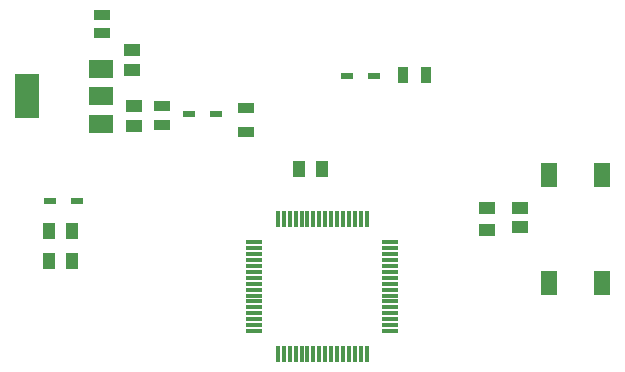
<source format=gbr>
%TF.GenerationSoftware,KiCad,Pcbnew,(6.0.7)*%
%TF.CreationDate,2022-10-18T11:50:53-04:00*%
%TF.ProjectId,LCDPCB,4c434450-4342-42e6-9b69-6361645f7063,rev?*%
%TF.SameCoordinates,Original*%
%TF.FileFunction,Paste,Top*%
%TF.FilePolarity,Positive*%
%FSLAX46Y46*%
G04 Gerber Fmt 4.6, Leading zero omitted, Abs format (unit mm)*
G04 Created by KiCad (PCBNEW (6.0.7)) date 2022-10-18 11:50:53*
%MOMM*%
%LPD*%
G01*
G04 APERTURE LIST*
%ADD10R,1.000000X1.400000*%
%ADD11R,1.450000X0.900000*%
%ADD12R,1.470000X1.070000*%
%ADD13R,2.000000X1.500000*%
%ADD14R,2.000000X3.800000*%
%ADD15R,1.400000X2.100000*%
%ADD16R,1.085000X0.550000*%
%ADD17R,0.950000X1.450000*%
%ADD18R,1.475000X0.300000*%
%ADD19R,0.300000X1.475000*%
%ADD20R,1.400000X1.000000*%
%ADD21R,1.390000X0.960000*%
G04 APERTURE END LIST*
D10*
%TO.C,R6*%
X119568000Y-82550000D03*
X117668000Y-82550000D03*
%TD*%
D11*
%TO.C,R3*%
X134340600Y-69561200D03*
X134340600Y-71561200D03*
%TD*%
D12*
%TO.C,C4*%
X124841000Y-69411000D03*
X124841000Y-71051000D03*
%TD*%
D13*
%TO.C,U2*%
X122072800Y-70880000D03*
D14*
X115772800Y-68580000D03*
D13*
X122072800Y-68580000D03*
X122072800Y-66280000D03*
%TD*%
D15*
%TO.C,SW1*%
X160005200Y-84356800D03*
X160005200Y-75256800D03*
X164505200Y-84356800D03*
X164505200Y-75256800D03*
%TD*%
D16*
%TO.C,D1*%
X120012000Y-77470000D03*
X117732000Y-77470000D03*
%TD*%
D17*
%TO.C,R4*%
X147615400Y-66802000D03*
X149615400Y-66802000D03*
%TD*%
D16*
%TO.C,D2*%
X131797600Y-70027800D03*
X129517600Y-70027800D03*
%TD*%
D10*
%TO.C,R2*%
X140737000Y-74763000D03*
X138837000Y-74763000D03*
%TD*%
D16*
%TO.C,D3*%
X145208800Y-66827400D03*
X142928800Y-66827400D03*
%TD*%
D18*
%TO.C,U1*%
X135054200Y-80933600D03*
X135054200Y-81433600D03*
X135054200Y-81933600D03*
X135054200Y-82433600D03*
X135054200Y-82933600D03*
X135054200Y-83433600D03*
X135054200Y-83933600D03*
X135054200Y-84433600D03*
X135054200Y-84933600D03*
X135054200Y-85433600D03*
X135054200Y-85933600D03*
X135054200Y-86433600D03*
X135054200Y-86933600D03*
X135054200Y-87433600D03*
X135054200Y-87933600D03*
X135054200Y-88433600D03*
D19*
X137042200Y-90421600D03*
X137542200Y-90421600D03*
X138042200Y-90421600D03*
X138542200Y-90421600D03*
X139042200Y-90421600D03*
X139542200Y-90421600D03*
X140042200Y-90421600D03*
X140542200Y-90421600D03*
X141042200Y-90421600D03*
X141542200Y-90421600D03*
X142042200Y-90421600D03*
X142542200Y-90421600D03*
X143042200Y-90421600D03*
X143542200Y-90421600D03*
X144042200Y-90421600D03*
X144542200Y-90421600D03*
D18*
X146530200Y-88433600D03*
X146530200Y-87933600D03*
X146530200Y-87433600D03*
X146530200Y-86933600D03*
X146530200Y-86433600D03*
X146530200Y-85933600D03*
X146530200Y-85433600D03*
X146530200Y-84933600D03*
X146530200Y-84433600D03*
X146530200Y-83933600D03*
X146530200Y-83433600D03*
X146530200Y-82933600D03*
X146530200Y-82433600D03*
X146530200Y-81933600D03*
X146530200Y-81433600D03*
X146530200Y-80933600D03*
D19*
X144542200Y-78945600D03*
X144042200Y-78945600D03*
X143542200Y-78945600D03*
X143042200Y-78945600D03*
X142542200Y-78945600D03*
X142042200Y-78945600D03*
X141542200Y-78945600D03*
X141042200Y-78945600D03*
X140542200Y-78945600D03*
X140042200Y-78945600D03*
X139542200Y-78945600D03*
X139042200Y-78945600D03*
X138542200Y-78945600D03*
X138042200Y-78945600D03*
X137542200Y-78945600D03*
X137042200Y-78945600D03*
%TD*%
D20*
%TO.C,R1*%
X154775000Y-79900000D03*
X154775000Y-78000000D03*
%TD*%
D21*
%TO.C,C5*%
X127254000Y-69415600D03*
X127254000Y-70995600D03*
%TD*%
D10*
%TO.C,R5*%
X119568000Y-80010000D03*
X117668000Y-80010000D03*
%TD*%
D21*
%TO.C,C2*%
X122123200Y-63223200D03*
X122123200Y-61643200D03*
%TD*%
D12*
%TO.C,C1*%
X157500000Y-78030000D03*
X157500000Y-79670000D03*
%TD*%
%TO.C,C3*%
X124714000Y-66301200D03*
X124714000Y-64661200D03*
%TD*%
M02*

</source>
